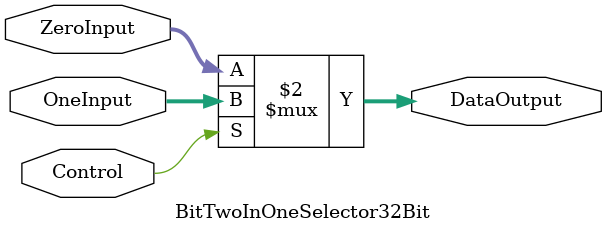
<source format=v>
`timescale 1ns / 1ps
module BitTwoInOneSelector32Bit(
    input [31:0] ZeroInput,
    input [31:0] OneInput,
    input Control,
    output [31:0] DataOutput
    );

	 assign DataOutput = (Control == 1) ? OneInput : ZeroInput;
endmodule

</source>
